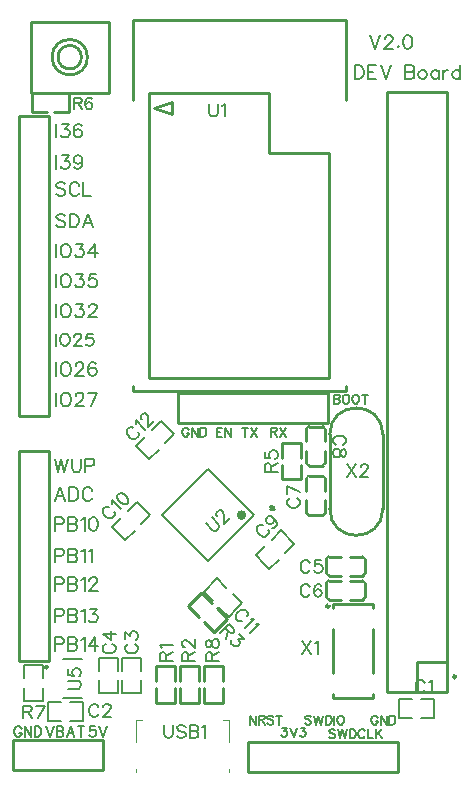
<source format=gto>
G04 Layer: TopSilkLayer*
G04 EasyEDA v6.4.20.6, 2021-08-18T22:46:37+02:00*
G04 e60a8e21afaf4db98b740634109285cb,0ed378226b2144edad32923a29bf2ba1,10*
G04 Gerber Generator version 0.2*
G04 Scale: 100 percent, Rotated: No, Reflected: No *
G04 Dimensions in millimeters *
G04 leading zeros omitted , absolute positions ,4 integer and 5 decimal *
%FSLAX45Y45*%
%MOMM*%

%ADD10C,0.2540*%
%ADD12C,0.4000*%
%ADD33C,0.2000*%
%ADD34C,0.1200*%
%ADD35C,0.3000*%
%ADD36C,0.2489*%
%ADD37C,0.2030*%
%ADD38C,0.2032*%
%ADD39C,0.1524*%

%LPD*%
D37*
X206857Y-1766163D02*
G01*
X203301Y-1759051D01*
X195935Y-1751685D01*
X188823Y-1748129D01*
X174091Y-1748129D01*
X166979Y-1751685D01*
X159613Y-1759051D01*
X156057Y-1766163D01*
X152501Y-1777085D01*
X152501Y-1795373D01*
X156057Y-1806295D01*
X159613Y-1813407D01*
X166979Y-1820773D01*
X174091Y-1824329D01*
X188823Y-1824329D01*
X195935Y-1820773D01*
X203301Y-1813407D01*
X206857Y-1806295D01*
X206857Y-1795373D01*
X188823Y-1795373D02*
G01*
X206857Y-1795373D01*
X230987Y-1748129D02*
G01*
X230987Y-1824329D01*
X230987Y-1748129D02*
G01*
X281787Y-1824329D01*
X281787Y-1748129D02*
G01*
X281787Y-1824329D01*
X305917Y-1748129D02*
G01*
X305917Y-1824329D01*
X305917Y-1748129D02*
G01*
X331317Y-1748129D01*
X342239Y-1751685D01*
X349605Y-1759051D01*
X353161Y-1766163D01*
X356717Y-1777085D01*
X356717Y-1795373D01*
X353161Y-1806295D01*
X349605Y-1813407D01*
X342239Y-1820773D01*
X331317Y-1824329D01*
X305917Y-1824329D01*
X-152298Y-1873351D02*
G01*
X-159664Y-1865985D01*
X-170586Y-1862429D01*
X-185064Y-1862429D01*
X-195986Y-1865985D01*
X-203098Y-1873351D01*
X-203098Y-1880463D01*
X-199542Y-1887829D01*
X-195986Y-1891385D01*
X-188620Y-1895195D01*
X-166776Y-1902307D01*
X-159664Y-1906117D01*
X-155854Y-1909673D01*
X-152298Y-1917039D01*
X-152298Y-1927707D01*
X-159664Y-1935073D01*
X-170586Y-1938629D01*
X-185064Y-1938629D01*
X-195986Y-1935073D01*
X-203098Y-1927707D01*
X-128168Y-1862429D02*
G01*
X-110134Y-1938629D01*
X-91846Y-1862429D02*
G01*
X-110134Y-1938629D01*
X-91846Y-1862429D02*
G01*
X-73812Y-1938629D01*
X-55524Y-1862429D02*
G01*
X-73812Y-1938629D01*
X-31648Y-1862429D02*
G01*
X-31648Y-1938629D01*
X-31648Y-1862429D02*
G01*
X-5994Y-1862429D01*
X4673Y-1865985D01*
X12039Y-1873351D01*
X15595Y-1880463D01*
X19405Y-1891385D01*
X19405Y-1909673D01*
X15595Y-1920595D01*
X12039Y-1927707D01*
X4673Y-1935073D01*
X-5994Y-1938629D01*
X-31648Y-1938629D01*
X97891Y-1880463D02*
G01*
X94335Y-1873351D01*
X86969Y-1865985D01*
X79603Y-1862429D01*
X65125Y-1862429D01*
X58013Y-1865985D01*
X50647Y-1873351D01*
X47091Y-1880463D01*
X43281Y-1891385D01*
X43281Y-1909673D01*
X47091Y-1920595D01*
X50647Y-1927707D01*
X58013Y-1935073D01*
X65125Y-1938629D01*
X79603Y-1938629D01*
X86969Y-1935073D01*
X94335Y-1927707D01*
X97891Y-1920595D01*
X121767Y-1862429D02*
G01*
X121767Y-1938629D01*
X121767Y-1938629D02*
G01*
X165455Y-1938629D01*
X189585Y-1862429D02*
G01*
X189585Y-1938629D01*
X240385Y-1862429D02*
G01*
X189585Y-1913229D01*
X207619Y-1895195D02*
G01*
X240385Y-1938629D01*
X-355498Y-1759051D02*
G01*
X-362864Y-1751685D01*
X-373786Y-1748129D01*
X-388264Y-1748129D01*
X-399186Y-1751685D01*
X-406298Y-1759051D01*
X-406298Y-1766163D01*
X-402742Y-1773529D01*
X-399186Y-1777085D01*
X-391820Y-1780895D01*
X-369976Y-1788007D01*
X-362864Y-1791817D01*
X-359054Y-1795373D01*
X-355498Y-1802739D01*
X-355498Y-1813407D01*
X-362864Y-1820773D01*
X-373786Y-1824329D01*
X-388264Y-1824329D01*
X-399186Y-1820773D01*
X-406298Y-1813407D01*
X-331368Y-1748129D02*
G01*
X-313334Y-1824329D01*
X-295046Y-1748129D02*
G01*
X-313334Y-1824329D01*
X-295046Y-1748129D02*
G01*
X-277012Y-1824329D01*
X-258724Y-1748129D02*
G01*
X-277012Y-1824329D01*
X-234848Y-1748129D02*
G01*
X-234848Y-1824329D01*
X-234848Y-1748129D02*
G01*
X-209194Y-1748129D01*
X-198526Y-1751685D01*
X-191160Y-1759051D01*
X-187604Y-1766163D01*
X-183794Y-1777085D01*
X-183794Y-1795373D01*
X-187604Y-1806295D01*
X-191160Y-1813407D01*
X-198526Y-1820773D01*
X-209194Y-1824329D01*
X-234848Y-1824329D01*
X-159918Y-1748129D02*
G01*
X-159918Y-1824329D01*
X-113944Y-1748129D02*
G01*
X-121310Y-1751685D01*
X-128676Y-1759051D01*
X-132232Y-1766163D01*
X-135788Y-1777085D01*
X-135788Y-1795373D01*
X-132232Y-1806295D01*
X-128676Y-1813407D01*
X-121310Y-1820773D01*
X-113944Y-1824329D01*
X-99466Y-1824329D01*
X-92100Y-1820773D01*
X-84988Y-1813407D01*
X-81432Y-1806295D01*
X-77622Y-1795373D01*
X-77622Y-1777085D01*
X-81432Y-1766163D01*
X-84988Y-1759051D01*
X-92100Y-1751685D01*
X-99466Y-1748129D01*
X-113944Y-1748129D01*
X-602386Y-1849729D02*
G01*
X-562254Y-1849729D01*
X-584098Y-1878685D01*
X-573176Y-1878685D01*
X-566064Y-1882495D01*
X-562254Y-1886051D01*
X-558698Y-1896973D01*
X-558698Y-1904339D01*
X-562254Y-1915007D01*
X-569620Y-1922373D01*
X-580542Y-1925929D01*
X-591464Y-1925929D01*
X-602386Y-1922373D01*
X-605942Y-1918817D01*
X-609498Y-1911451D01*
X-534568Y-1849729D02*
G01*
X-505612Y-1925929D01*
X-476402Y-1849729D02*
G01*
X-505612Y-1925929D01*
X-445160Y-1849729D02*
G01*
X-405282Y-1849729D01*
X-427126Y-1878685D01*
X-416204Y-1878685D01*
X-408838Y-1882495D01*
X-405282Y-1886051D01*
X-401726Y-1896973D01*
X-401726Y-1904339D01*
X-405282Y-1915007D01*
X-412394Y-1922373D01*
X-423316Y-1925929D01*
X-434238Y-1925929D01*
X-445160Y-1922373D01*
X-448970Y-1918817D01*
X-452526Y-1911451D01*
X-876198Y-1748129D02*
G01*
X-876198Y-1824329D01*
X-876198Y-1748129D02*
G01*
X-825398Y-1824329D01*
X-825398Y-1748129D02*
G01*
X-825398Y-1824329D01*
X-801268Y-1748129D02*
G01*
X-801268Y-1824329D01*
X-801268Y-1748129D02*
G01*
X-768756Y-1748129D01*
X-757834Y-1751685D01*
X-754024Y-1755241D01*
X-750468Y-1762607D01*
X-750468Y-1769973D01*
X-754024Y-1777085D01*
X-757834Y-1780895D01*
X-768756Y-1784451D01*
X-801268Y-1784451D01*
X-775868Y-1784451D02*
G01*
X-750468Y-1824329D01*
X-675538Y-1759051D02*
G01*
X-682904Y-1751685D01*
X-693826Y-1748129D01*
X-708304Y-1748129D01*
X-719226Y-1751685D01*
X-726592Y-1759051D01*
X-726592Y-1766163D01*
X-722782Y-1773529D01*
X-719226Y-1777085D01*
X-711860Y-1780895D01*
X-690016Y-1788007D01*
X-682904Y-1791817D01*
X-679094Y-1795373D01*
X-675538Y-1802739D01*
X-675538Y-1813407D01*
X-682904Y-1820773D01*
X-693826Y-1824329D01*
X-708304Y-1824329D01*
X-719226Y-1820773D01*
X-726592Y-1813407D01*
X-626008Y-1748129D02*
G01*
X-626008Y-1824329D01*
X-651662Y-1748129D02*
G01*
X-600608Y-1748129D01*
D38*
X-2527198Y-1085443D02*
G01*
X-2527198Y-1199997D01*
X-2527198Y-1085443D02*
G01*
X-2478176Y-1085443D01*
X-2461920Y-1090777D01*
X-2456332Y-1096365D01*
X-2450998Y-1107287D01*
X-2450998Y-1123543D01*
X-2456332Y-1134465D01*
X-2461920Y-1140053D01*
X-2478176Y-1145387D01*
X-2527198Y-1145387D01*
X-2414930Y-1085443D02*
G01*
X-2414930Y-1199997D01*
X-2414930Y-1085443D02*
G01*
X-2365908Y-1085443D01*
X-2349398Y-1090777D01*
X-2344064Y-1096365D01*
X-2338476Y-1107287D01*
X-2338476Y-1118209D01*
X-2344064Y-1129131D01*
X-2349398Y-1134465D01*
X-2365908Y-1140053D01*
X-2414930Y-1140053D02*
G01*
X-2365908Y-1140053D01*
X-2349398Y-1145387D01*
X-2344064Y-1150975D01*
X-2338476Y-1161897D01*
X-2338476Y-1178153D01*
X-2344064Y-1189075D01*
X-2349398Y-1194409D01*
X-2365908Y-1199997D01*
X-2414930Y-1199997D01*
X-2302662Y-1107287D02*
G01*
X-2291740Y-1101699D01*
X-2275230Y-1085443D01*
X-2275230Y-1199997D01*
X-2184806Y-1085443D02*
G01*
X-2239416Y-1161897D01*
X-2157374Y-1161897D01*
X-2184806Y-1085443D02*
G01*
X-2184806Y-1199997D01*
X-2527198Y-844143D02*
G01*
X-2527198Y-958697D01*
X-2527198Y-844143D02*
G01*
X-2478176Y-844143D01*
X-2461920Y-849477D01*
X-2456332Y-855065D01*
X-2450998Y-865987D01*
X-2450998Y-882243D01*
X-2456332Y-893165D01*
X-2461920Y-898753D01*
X-2478176Y-904087D01*
X-2527198Y-904087D01*
X-2414930Y-844143D02*
G01*
X-2414930Y-958697D01*
X-2414930Y-844143D02*
G01*
X-2365908Y-844143D01*
X-2349398Y-849477D01*
X-2344064Y-855065D01*
X-2338476Y-865987D01*
X-2338476Y-876909D01*
X-2344064Y-887831D01*
X-2349398Y-893165D01*
X-2365908Y-898753D01*
X-2414930Y-898753D02*
G01*
X-2365908Y-898753D01*
X-2349398Y-904087D01*
X-2344064Y-909675D01*
X-2338476Y-920597D01*
X-2338476Y-936853D01*
X-2344064Y-947775D01*
X-2349398Y-953109D01*
X-2365908Y-958697D01*
X-2414930Y-958697D01*
X-2302662Y-865987D02*
G01*
X-2291740Y-860399D01*
X-2275230Y-844143D01*
X-2275230Y-958697D01*
X-2228494Y-844143D02*
G01*
X-2168296Y-844143D01*
X-2201062Y-887831D01*
X-2184806Y-887831D01*
X-2173884Y-893165D01*
X-2168296Y-898753D01*
X-2162962Y-915009D01*
X-2162962Y-925931D01*
X-2168296Y-942187D01*
X-2179218Y-953109D01*
X-2195728Y-958697D01*
X-2211984Y-958697D01*
X-2228494Y-953109D01*
X-2233828Y-947775D01*
X-2239416Y-936853D01*
X-2527198Y-577443D02*
G01*
X-2527198Y-691997D01*
X-2527198Y-577443D02*
G01*
X-2478176Y-577443D01*
X-2461920Y-582777D01*
X-2456332Y-588365D01*
X-2450998Y-599287D01*
X-2450998Y-615543D01*
X-2456332Y-626465D01*
X-2461920Y-632053D01*
X-2478176Y-637387D01*
X-2527198Y-637387D01*
X-2414930Y-577443D02*
G01*
X-2414930Y-691997D01*
X-2414930Y-577443D02*
G01*
X-2365908Y-577443D01*
X-2349398Y-582777D01*
X-2344064Y-588365D01*
X-2338476Y-599287D01*
X-2338476Y-610209D01*
X-2344064Y-621131D01*
X-2349398Y-626465D01*
X-2365908Y-632053D01*
X-2414930Y-632053D02*
G01*
X-2365908Y-632053D01*
X-2349398Y-637387D01*
X-2344064Y-642975D01*
X-2338476Y-653897D01*
X-2338476Y-670153D01*
X-2344064Y-681075D01*
X-2349398Y-686409D01*
X-2365908Y-691997D01*
X-2414930Y-691997D01*
X-2302662Y-599287D02*
G01*
X-2291740Y-593699D01*
X-2275230Y-577443D01*
X-2275230Y-691997D01*
X-2233828Y-604621D02*
G01*
X-2233828Y-599287D01*
X-2228494Y-588365D01*
X-2222906Y-582777D01*
X-2211984Y-577443D01*
X-2190140Y-577443D01*
X-2179218Y-582777D01*
X-2173884Y-588365D01*
X-2168296Y-599287D01*
X-2168296Y-610209D01*
X-2173884Y-621131D01*
X-2184806Y-637387D01*
X-2239416Y-691997D01*
X-2162962Y-691997D01*
D37*
X-1393342Y672084D02*
G01*
X-1396898Y679450D01*
X-1404264Y686815D01*
X-1411376Y690372D01*
X-1426108Y690372D01*
X-1433220Y686815D01*
X-1440586Y679450D01*
X-1444142Y672084D01*
X-1447698Y661162D01*
X-1447698Y643128D01*
X-1444142Y632206D01*
X-1440586Y624840D01*
X-1433220Y617474D01*
X-1426108Y613918D01*
X-1411376Y613918D01*
X-1404264Y617474D01*
X-1396898Y624840D01*
X-1393342Y632206D01*
X-1393342Y643128D01*
X-1411376Y643128D02*
G01*
X-1393342Y643128D01*
X-1369212Y690372D02*
G01*
X-1369212Y613918D01*
X-1369212Y690372D02*
G01*
X-1318412Y613918D01*
X-1318412Y690372D02*
G01*
X-1318412Y613918D01*
X-1294282Y690372D02*
G01*
X-1294282Y613918D01*
X-1294282Y690372D02*
G01*
X-1268882Y690372D01*
X-1257960Y686815D01*
X-1250594Y679450D01*
X-1247038Y672084D01*
X-1243482Y661162D01*
X-1243482Y643128D01*
X-1247038Y632206D01*
X-1250594Y624840D01*
X-1257960Y617474D01*
X-1268882Y613918D01*
X-1294282Y613918D01*
X-164998Y969772D02*
G01*
X-164998Y893318D01*
X-164998Y969772D02*
G01*
X-132486Y969772D01*
X-121564Y966215D01*
X-117754Y962406D01*
X-114198Y955294D01*
X-114198Y947928D01*
X-117754Y940562D01*
X-121564Y937006D01*
X-132486Y933450D01*
X-164998Y933450D02*
G01*
X-132486Y933450D01*
X-121564Y929640D01*
X-117754Y926084D01*
X-114198Y918718D01*
X-114198Y907796D01*
X-117754Y900684D01*
X-121564Y896874D01*
X-132486Y893318D01*
X-164998Y893318D01*
X-68478Y969772D02*
G01*
X-75590Y966215D01*
X-82956Y958850D01*
X-86512Y951484D01*
X-90068Y940562D01*
X-90068Y922528D01*
X-86512Y911606D01*
X-82956Y904240D01*
X-75590Y896874D01*
X-68478Y893318D01*
X-53746Y893318D01*
X-46634Y896874D01*
X-39268Y904240D01*
X-35712Y911606D01*
X-31902Y922528D01*
X-31902Y940562D01*
X-35712Y951484D01*
X-39268Y958850D01*
X-46634Y966215D01*
X-53746Y969772D01*
X-68478Y969772D01*
X13817Y969772D02*
G01*
X6451Y966215D01*
X-660Y958850D01*
X-4470Y951484D01*
X-8026Y940562D01*
X-8026Y922528D01*
X-4470Y911606D01*
X-660Y904240D01*
X6451Y896874D01*
X13817Y893318D01*
X28295Y893318D01*
X35661Y896874D01*
X42773Y904240D01*
X46583Y911606D01*
X50139Y922528D01*
X50139Y940562D01*
X46583Y951484D01*
X42773Y958850D01*
X35661Y966215D01*
X28295Y969772D01*
X13817Y969772D01*
X99669Y969772D02*
G01*
X99669Y893318D01*
X74269Y969772D02*
G01*
X125069Y969772D01*
X-1155598Y690410D02*
G01*
X-1155598Y613956D01*
X-1155598Y690410D02*
G01*
X-1108354Y690410D01*
X-1155598Y654088D02*
G01*
X-1126642Y654088D01*
X-1155598Y613956D02*
G01*
X-1108354Y613956D01*
X-1084478Y690410D02*
G01*
X-1084478Y613956D01*
X-1084478Y690410D02*
G01*
X-1033424Y613956D01*
X-1033424Y690410D02*
G01*
X-1033424Y613956D01*
X-698398Y690372D02*
G01*
X-698398Y613918D01*
X-698398Y690372D02*
G01*
X-665886Y690372D01*
X-654964Y686815D01*
X-651154Y683006D01*
X-647598Y675894D01*
X-647598Y668528D01*
X-651154Y661162D01*
X-654964Y657606D01*
X-665886Y654050D01*
X-698398Y654050D01*
X-672998Y654050D02*
G01*
X-647598Y613918D01*
X-623468Y690372D02*
G01*
X-572668Y613918D01*
X-572668Y690372D02*
G01*
X-623468Y613918D01*
D38*
X-2514600Y1242466D02*
G01*
X-2514600Y1127912D01*
X-2445765Y1242466D02*
G01*
X-2456688Y1236878D01*
X-2467610Y1225956D01*
X-2473197Y1215034D01*
X-2478531Y1198778D01*
X-2478531Y1171600D01*
X-2473197Y1155090D01*
X-2467610Y1144168D01*
X-2456688Y1133246D01*
X-2445765Y1127912D01*
X-2424176Y1127912D01*
X-2413254Y1133246D01*
X-2402331Y1144168D01*
X-2396744Y1155090D01*
X-2391410Y1171600D01*
X-2391410Y1198778D01*
X-2396744Y1215034D01*
X-2402331Y1225956D01*
X-2413254Y1236878D01*
X-2424176Y1242466D01*
X-2445765Y1242466D01*
X-2349754Y1215034D02*
G01*
X-2349754Y1220622D01*
X-2344420Y1231544D01*
X-2339086Y1236878D01*
X-2328164Y1242466D01*
X-2306320Y1242466D01*
X-2295397Y1236878D01*
X-2289810Y1231544D01*
X-2284476Y1220622D01*
X-2284476Y1209700D01*
X-2289810Y1198778D01*
X-2300731Y1182522D01*
X-2355342Y1127912D01*
X-2278888Y1127912D01*
X-2177542Y1225956D02*
G01*
X-2182876Y1236878D01*
X-2199386Y1242466D01*
X-2210308Y1242466D01*
X-2226564Y1236878D01*
X-2237486Y1220622D01*
X-2243074Y1193190D01*
X-2243074Y1166012D01*
X-2237486Y1144168D01*
X-2226564Y1133246D01*
X-2210308Y1127912D01*
X-2204720Y1127912D01*
X-2188464Y1133246D01*
X-2177542Y1144168D01*
X-2171954Y1160678D01*
X-2171954Y1166012D01*
X-2177542Y1182522D01*
X-2188464Y1193190D01*
X-2204720Y1198778D01*
X-2210308Y1198778D01*
X-2226564Y1193190D01*
X-2237486Y1182522D01*
X-2243074Y1166012D01*
X-2514600Y1486306D02*
G01*
X-2514600Y1381404D01*
X-2451608Y1486306D02*
G01*
X-2461514Y1481226D01*
X-2471674Y1471320D01*
X-2476500Y1461414D01*
X-2481580Y1446428D01*
X-2481580Y1421282D01*
X-2476500Y1406296D01*
X-2471674Y1396390D01*
X-2461514Y1386230D01*
X-2451608Y1381404D01*
X-2431542Y1381404D01*
X-2421636Y1386230D01*
X-2411476Y1396390D01*
X-2406650Y1406296D01*
X-2401570Y1421282D01*
X-2401570Y1446428D01*
X-2406650Y1461414D01*
X-2411476Y1471320D01*
X-2421636Y1481226D01*
X-2431542Y1486306D01*
X-2451608Y1486306D01*
X-2363724Y1461414D02*
G01*
X-2363724Y1466240D01*
X-2358644Y1476400D01*
X-2353564Y1481226D01*
X-2343658Y1486306D01*
X-2323592Y1486306D01*
X-2313686Y1481226D01*
X-2308606Y1476400D01*
X-2303526Y1466240D01*
X-2303526Y1456334D01*
X-2308606Y1446428D01*
X-2318512Y1431188D01*
X-2368550Y1381404D01*
X-2298700Y1381404D01*
X-2205481Y1486306D02*
G01*
X-2255520Y1486306D01*
X-2260600Y1441348D01*
X-2255520Y1446428D01*
X-2240534Y1451254D01*
X-2225547Y1451254D01*
X-2210562Y1446428D01*
X-2200656Y1436268D01*
X-2195576Y1421282D01*
X-2195576Y1411376D01*
X-2200656Y1396390D01*
X-2210562Y1386230D01*
X-2225547Y1381404D01*
X-2240534Y1381404D01*
X-2255520Y1386230D01*
X-2260600Y1391310D01*
X-2265680Y1401216D01*
D37*
X-2514600Y2245766D02*
G01*
X-2514600Y2131212D01*
X-2445765Y2245766D02*
G01*
X-2456688Y2240178D01*
X-2467610Y2229256D01*
X-2473197Y2218334D01*
X-2478531Y2202078D01*
X-2478531Y2174900D01*
X-2473197Y2158390D01*
X-2467610Y2147468D01*
X-2456688Y2136546D01*
X-2445765Y2131212D01*
X-2424176Y2131212D01*
X-2413254Y2136546D01*
X-2402331Y2147468D01*
X-2396744Y2158390D01*
X-2391410Y2174900D01*
X-2391410Y2202078D01*
X-2396744Y2218334D01*
X-2402331Y2229256D01*
X-2413254Y2240178D01*
X-2424176Y2245766D01*
X-2445765Y2245766D01*
X-2344420Y2245766D02*
G01*
X-2284476Y2245766D01*
X-2317242Y2202078D01*
X-2300731Y2202078D01*
X-2289810Y2196490D01*
X-2284476Y2191156D01*
X-2278888Y2174900D01*
X-2278888Y2163978D01*
X-2284476Y2147468D01*
X-2295397Y2136546D01*
X-2311654Y2131212D01*
X-2328164Y2131212D01*
X-2344420Y2136546D01*
X-2349754Y2142134D01*
X-2355342Y2153056D01*
X-2188464Y2245766D02*
G01*
X-2243074Y2169312D01*
X-2161031Y2169312D01*
X-2188464Y2245766D02*
G01*
X-2188464Y2131212D01*
D38*
X-2514600Y984757D02*
G01*
X-2514600Y870204D01*
X-2445765Y984757D02*
G01*
X-2456688Y979170D01*
X-2467610Y968248D01*
X-2473197Y957326D01*
X-2478531Y941070D01*
X-2478531Y913892D01*
X-2473197Y897382D01*
X-2467610Y886460D01*
X-2456688Y875538D01*
X-2445765Y870204D01*
X-2424176Y870204D01*
X-2413254Y875538D01*
X-2402331Y886460D01*
X-2396744Y897382D01*
X-2391410Y913892D01*
X-2391410Y941070D01*
X-2396744Y957326D01*
X-2402331Y968248D01*
X-2413254Y979170D01*
X-2424176Y984757D01*
X-2445765Y984757D01*
X-2349754Y957326D02*
G01*
X-2349754Y962914D01*
X-2344420Y973836D01*
X-2339086Y979170D01*
X-2328164Y984757D01*
X-2306320Y984757D01*
X-2295397Y979170D01*
X-2289810Y973836D01*
X-2284476Y962914D01*
X-2284476Y951992D01*
X-2289810Y941070D01*
X-2300731Y924814D01*
X-2355342Y870204D01*
X-2278888Y870204D01*
X-2166620Y984757D02*
G01*
X-2221230Y870204D01*
X-2243074Y984757D02*
G01*
X-2166620Y984757D01*
D37*
X-914298Y690372D02*
G01*
X-914298Y613918D01*
X-939698Y690372D02*
G01*
X-888898Y690372D01*
X-864768Y690372D02*
G01*
X-813968Y613918D01*
X-813968Y690372D02*
G01*
X-864768Y613918D01*
X-2514600Y1737766D02*
G01*
X-2514600Y1623212D01*
X-2445765Y1737766D02*
G01*
X-2456688Y1732178D01*
X-2467610Y1721256D01*
X-2473197Y1710334D01*
X-2478531Y1694078D01*
X-2478531Y1666900D01*
X-2473197Y1650390D01*
X-2467610Y1639468D01*
X-2456688Y1628546D01*
X-2445765Y1623212D01*
X-2424176Y1623212D01*
X-2413254Y1628546D01*
X-2402331Y1639468D01*
X-2396744Y1650390D01*
X-2391410Y1666900D01*
X-2391410Y1694078D01*
X-2396744Y1710334D01*
X-2402331Y1721256D01*
X-2413254Y1732178D01*
X-2424176Y1737766D01*
X-2445765Y1737766D01*
X-2344420Y1737766D02*
G01*
X-2284476Y1737766D01*
X-2317242Y1694078D01*
X-2300731Y1694078D01*
X-2289810Y1688490D01*
X-2284476Y1683156D01*
X-2278888Y1666900D01*
X-2278888Y1655978D01*
X-2284476Y1639468D01*
X-2295397Y1628546D01*
X-2311654Y1623212D01*
X-2328164Y1623212D01*
X-2344420Y1628546D01*
X-2349754Y1634134D01*
X-2355342Y1645056D01*
X-2237486Y1710334D02*
G01*
X-2237486Y1715922D01*
X-2232152Y1726844D01*
X-2226564Y1732178D01*
X-2215642Y1737766D01*
X-2193797Y1737766D01*
X-2182876Y1732178D01*
X-2177542Y1726844D01*
X-2171954Y1715922D01*
X-2171954Y1705000D01*
X-2177542Y1694078D01*
X-2188464Y1677822D01*
X-2243074Y1623212D01*
X-2166620Y1623212D01*
D38*
X-2514600Y1991766D02*
G01*
X-2514600Y1877212D01*
X-2445765Y1991766D02*
G01*
X-2456688Y1986178D01*
X-2467610Y1975256D01*
X-2473197Y1964334D01*
X-2478531Y1948078D01*
X-2478531Y1920900D01*
X-2473197Y1904390D01*
X-2467610Y1893468D01*
X-2456688Y1882546D01*
X-2445765Y1877212D01*
X-2424176Y1877212D01*
X-2413254Y1882546D01*
X-2402331Y1893468D01*
X-2396744Y1904390D01*
X-2391410Y1920900D01*
X-2391410Y1948078D01*
X-2396744Y1964334D01*
X-2402331Y1975256D01*
X-2413254Y1986178D01*
X-2424176Y1991766D01*
X-2445765Y1991766D01*
X-2344420Y1991766D02*
G01*
X-2284476Y1991766D01*
X-2317242Y1948078D01*
X-2300731Y1948078D01*
X-2289810Y1942490D01*
X-2284476Y1937156D01*
X-2278888Y1920900D01*
X-2278888Y1909978D01*
X-2284476Y1893468D01*
X-2295397Y1882546D01*
X-2311654Y1877212D01*
X-2328164Y1877212D01*
X-2344420Y1882546D01*
X-2349754Y1888134D01*
X-2355342Y1899056D01*
X-2177542Y1991766D02*
G01*
X-2232152Y1991766D01*
X-2237486Y1942490D01*
X-2232152Y1948078D01*
X-2215642Y1953412D01*
X-2199386Y1953412D01*
X-2182876Y1948078D01*
X-2171954Y1937156D01*
X-2166620Y1920900D01*
X-2166620Y1909978D01*
X-2171954Y1893468D01*
X-2182876Y1882546D01*
X-2199386Y1877212D01*
X-2215642Y1877212D01*
X-2232152Y1882546D01*
X-2237486Y1888134D01*
X-2243074Y1899056D01*
X-2514600Y2995066D02*
G01*
X-2514600Y2880512D01*
X-2467610Y2995066D02*
G01*
X-2407665Y2995066D01*
X-2440431Y2951378D01*
X-2424176Y2951378D01*
X-2413254Y2945790D01*
X-2407665Y2940456D01*
X-2402331Y2924200D01*
X-2402331Y2913278D01*
X-2407665Y2896768D01*
X-2418588Y2885846D01*
X-2434844Y2880512D01*
X-2451354Y2880512D01*
X-2467610Y2885846D01*
X-2473197Y2891434D01*
X-2478531Y2902356D01*
X-2295397Y2956712D02*
G01*
X-2300731Y2940456D01*
X-2311654Y2929534D01*
X-2328164Y2924200D01*
X-2333497Y2924200D01*
X-2349754Y2929534D01*
X-2360676Y2940456D01*
X-2366264Y2956712D01*
X-2366264Y2962300D01*
X-2360676Y2978556D01*
X-2349754Y2989478D01*
X-2333497Y2995066D01*
X-2328164Y2995066D01*
X-2311654Y2989478D01*
X-2300731Y2978556D01*
X-2295397Y2956712D01*
X-2295397Y2929534D01*
X-2300731Y2902356D01*
X-2311654Y2885846D01*
X-2328164Y2880512D01*
X-2339086Y2880512D01*
X-2355342Y2885846D01*
X-2360676Y2896768D01*
X-2514600Y3261766D02*
G01*
X-2514600Y3147212D01*
X-2467610Y3261766D02*
G01*
X-2407665Y3261766D01*
X-2440431Y3218078D01*
X-2424176Y3218078D01*
X-2413254Y3212490D01*
X-2407665Y3207156D01*
X-2402331Y3190900D01*
X-2402331Y3179978D01*
X-2407665Y3163468D01*
X-2418588Y3152546D01*
X-2434844Y3147212D01*
X-2451354Y3147212D01*
X-2467610Y3152546D01*
X-2473197Y3158134D01*
X-2478531Y3169056D01*
X-2300731Y3245256D02*
G01*
X-2306320Y3256178D01*
X-2322576Y3261766D01*
X-2333497Y3261766D01*
X-2349754Y3256178D01*
X-2360676Y3239922D01*
X-2366264Y3212490D01*
X-2366264Y3185312D01*
X-2360676Y3163468D01*
X-2349754Y3152546D01*
X-2333497Y3147212D01*
X-2328164Y3147212D01*
X-2311654Y3152546D01*
X-2300731Y3163468D01*
X-2295397Y3179978D01*
X-2295397Y3185312D01*
X-2300731Y3201822D01*
X-2311654Y3212490D01*
X-2328164Y3218078D01*
X-2333497Y3218078D01*
X-2349754Y3212490D01*
X-2360676Y3201822D01*
X-2366264Y3185312D01*
X-2186178Y-1839467D02*
G01*
X-2227072Y-1839467D01*
X-2231136Y-1876297D01*
X-2227072Y-1872234D01*
X-2214626Y-1868169D01*
X-2202434Y-1868169D01*
X-2190242Y-1872234D01*
X-2182114Y-1880615D01*
X-2178050Y-1892807D01*
X-2178050Y-1900935D01*
X-2182114Y-1913127D01*
X-2190242Y-1921509D01*
X-2202434Y-1925573D01*
X-2214626Y-1925573D01*
X-2227072Y-1921509D01*
X-2231136Y-1917192D01*
X-2235200Y-1909063D01*
X-2150872Y-1839467D02*
G01*
X-2118106Y-1925573D01*
X-2085594Y-1839467D02*
G01*
X-2118106Y-1925573D01*
X-2603500Y-1839467D02*
G01*
X-2570734Y-1925573D01*
X-2537968Y-1839467D02*
G01*
X-2570734Y-1925573D01*
X-2511044Y-1839467D02*
G01*
X-2511044Y-1925573D01*
X-2511044Y-1839467D02*
G01*
X-2474214Y-1839467D01*
X-2462022Y-1843785D01*
X-2457958Y-1847850D01*
X-2453894Y-1855977D01*
X-2453894Y-1864105D01*
X-2457958Y-1872234D01*
X-2462022Y-1876297D01*
X-2474214Y-1880615D01*
X-2511044Y-1880615D02*
G01*
X-2474214Y-1880615D01*
X-2462022Y-1884679D01*
X-2457958Y-1888743D01*
X-2453894Y-1896871D01*
X-2453894Y-1909063D01*
X-2457958Y-1917192D01*
X-2462022Y-1921509D01*
X-2474214Y-1925573D01*
X-2511044Y-1925573D01*
X-2393950Y-1839467D02*
G01*
X-2426715Y-1925573D01*
X-2393950Y-1839467D02*
G01*
X-2361438Y-1925573D01*
X-2414524Y-1896871D02*
G01*
X-2373630Y-1896871D01*
X-2305558Y-1839467D02*
G01*
X-2305558Y-1925573D01*
X-2334260Y-1839467D02*
G01*
X-2277110Y-1839467D01*
X-2808731Y-1860042D02*
G01*
X-2813050Y-1851913D01*
X-2821178Y-1843785D01*
X-2829306Y-1839467D01*
X-2845562Y-1839467D01*
X-2853944Y-1843785D01*
X-2862072Y-1851913D01*
X-2866136Y-1860042D01*
X-2870200Y-1872234D01*
X-2870200Y-1892807D01*
X-2866136Y-1905000D01*
X-2862072Y-1913127D01*
X-2853944Y-1921509D01*
X-2845562Y-1925573D01*
X-2829306Y-1925573D01*
X-2821178Y-1921509D01*
X-2813050Y-1913127D01*
X-2808731Y-1905000D01*
X-2808731Y-1892807D01*
X-2829306Y-1892807D02*
G01*
X-2808731Y-1892807D01*
X-2781808Y-1839467D02*
G01*
X-2781808Y-1925573D01*
X-2781808Y-1839467D02*
G01*
X-2724658Y-1925573D01*
X-2724658Y-1839467D02*
G01*
X-2724658Y-1925573D01*
X-2697480Y-1839467D02*
G01*
X-2697480Y-1925573D01*
X-2697480Y-1839467D02*
G01*
X-2669031Y-1839467D01*
X-2656586Y-1843785D01*
X-2648458Y-1851913D01*
X-2644394Y-1860042D01*
X-2640330Y-1872234D01*
X-2640330Y-1892807D01*
X-2644394Y-1905000D01*
X-2648458Y-1913127D01*
X-2656586Y-1921509D01*
X-2669031Y-1925573D01*
X-2697480Y-1925573D01*
D37*
X-2438146Y2483256D02*
G01*
X-2449068Y2494178D01*
X-2465578Y2499766D01*
X-2487422Y2499766D01*
X-2503678Y2494178D01*
X-2514600Y2483256D01*
X-2514600Y2472334D01*
X-2509265Y2461412D01*
X-2503678Y2456078D01*
X-2492756Y2450490D01*
X-2459990Y2439822D01*
X-2449068Y2434234D01*
X-2443734Y2428900D01*
X-2438146Y2417978D01*
X-2438146Y2401468D01*
X-2449068Y2390546D01*
X-2465578Y2385212D01*
X-2487422Y2385212D01*
X-2503678Y2390546D01*
X-2514600Y2401468D01*
X-2402331Y2499766D02*
G01*
X-2402331Y2385212D01*
X-2402331Y2499766D02*
G01*
X-2363978Y2499766D01*
X-2347722Y2494178D01*
X-2336800Y2483256D01*
X-2331212Y2472334D01*
X-2325878Y2456078D01*
X-2325878Y2428900D01*
X-2331212Y2412390D01*
X-2336800Y2401468D01*
X-2347722Y2390546D01*
X-2363978Y2385212D01*
X-2402331Y2385212D01*
X-2246122Y2499766D02*
G01*
X-2289810Y2385212D01*
X-2246122Y2499766D02*
G01*
X-2202688Y2385212D01*
X-2273554Y2423312D02*
G01*
X-2218944Y2423312D01*
X-2438146Y2749956D02*
G01*
X-2449068Y2760878D01*
X-2465578Y2766466D01*
X-2487422Y2766466D01*
X-2503678Y2760878D01*
X-2514600Y2749956D01*
X-2514600Y2739034D01*
X-2509265Y2728112D01*
X-2503678Y2722778D01*
X-2492756Y2717190D01*
X-2459990Y2706522D01*
X-2449068Y2700934D01*
X-2443734Y2695600D01*
X-2438146Y2684678D01*
X-2438146Y2668168D01*
X-2449068Y2657246D01*
X-2465578Y2651912D01*
X-2487422Y2651912D01*
X-2503678Y2657246D01*
X-2514600Y2668168D01*
X-2320544Y2739034D02*
G01*
X-2325878Y2749956D01*
X-2336800Y2760878D01*
X-2347722Y2766466D01*
X-2369565Y2766466D01*
X-2380488Y2760878D01*
X-2391410Y2749956D01*
X-2396744Y2739034D01*
X-2402331Y2722778D01*
X-2402331Y2695600D01*
X-2396744Y2679090D01*
X-2391410Y2668168D01*
X-2380488Y2657246D01*
X-2369565Y2651912D01*
X-2347722Y2651912D01*
X-2336800Y2657246D01*
X-2325878Y2668168D01*
X-2320544Y2679090D01*
X-2284476Y2766466D02*
G01*
X-2284476Y2651912D01*
X-2284476Y2651912D02*
G01*
X-2218944Y2651912D01*
D38*
X-2483764Y184556D02*
G01*
X-2527198Y70002D01*
X-2483764Y184556D02*
G01*
X-2440076Y70002D01*
X-2510942Y108102D02*
G01*
X-2456332Y108102D01*
X-2404008Y184556D02*
G01*
X-2404008Y70002D01*
X-2404008Y184556D02*
G01*
X-2365908Y184556D01*
X-2349398Y179222D01*
X-2338476Y168300D01*
X-2333142Y157378D01*
X-2327554Y140868D01*
X-2327554Y113690D01*
X-2333142Y97434D01*
X-2338476Y86512D01*
X-2349398Y75590D01*
X-2365908Y70002D01*
X-2404008Y70002D01*
X-2209952Y157378D02*
G01*
X-2215286Y168300D01*
X-2226208Y179222D01*
X-2237130Y184556D01*
X-2258974Y184556D01*
X-2269896Y179222D01*
X-2280818Y168300D01*
X-2286152Y157378D01*
X-2291740Y140868D01*
X-2291740Y113690D01*
X-2286152Y97434D01*
X-2280818Y86512D01*
X-2269896Y75590D01*
X-2258974Y70002D01*
X-2237130Y70002D01*
X-2226208Y75590D01*
X-2215286Y86512D01*
X-2209952Y97434D01*
X-2527198Y425957D02*
G01*
X-2500020Y311404D01*
X-2472842Y425957D02*
G01*
X-2500020Y311404D01*
X-2472842Y425957D02*
G01*
X-2445410Y311404D01*
X-2418232Y425957D02*
G01*
X-2445410Y311404D01*
X-2382164Y425957D02*
G01*
X-2382164Y344170D01*
X-2376830Y327660D01*
X-2365908Y316738D01*
X-2349398Y311404D01*
X-2338476Y311404D01*
X-2322220Y316738D01*
X-2311298Y327660D01*
X-2305964Y344170D01*
X-2305964Y425957D01*
X-2269896Y425957D02*
G01*
X-2269896Y311404D01*
X-2269896Y425957D02*
G01*
X-2220874Y425957D01*
X-2204364Y420370D01*
X-2199030Y415036D01*
X-2193442Y404114D01*
X-2193442Y387604D01*
X-2199030Y376682D01*
X-2204364Y371348D01*
X-2220874Y366014D01*
X-2269896Y366014D01*
X-2527198Y-69342D02*
G01*
X-2527198Y-183895D01*
X-2527198Y-69342D02*
G01*
X-2478176Y-69342D01*
X-2461920Y-74929D01*
X-2456332Y-80263D01*
X-2450998Y-91185D01*
X-2450998Y-107695D01*
X-2456332Y-118617D01*
X-2461920Y-123951D01*
X-2478176Y-129285D01*
X-2527198Y-129285D01*
X-2414930Y-69342D02*
G01*
X-2414930Y-183895D01*
X-2414930Y-69342D02*
G01*
X-2365908Y-69342D01*
X-2349398Y-74929D01*
X-2344064Y-80263D01*
X-2338476Y-91185D01*
X-2338476Y-102107D01*
X-2344064Y-113029D01*
X-2349398Y-118617D01*
X-2365908Y-123951D01*
X-2414930Y-123951D02*
G01*
X-2365908Y-123951D01*
X-2349398Y-129285D01*
X-2344064Y-134873D01*
X-2338476Y-145795D01*
X-2338476Y-162051D01*
X-2344064Y-172973D01*
X-2349398Y-178561D01*
X-2365908Y-183895D01*
X-2414930Y-183895D01*
X-2302662Y-91185D02*
G01*
X-2291740Y-85851D01*
X-2275230Y-69342D01*
X-2275230Y-183895D01*
X-2206650Y-69342D02*
G01*
X-2222906Y-74929D01*
X-2233828Y-91185D01*
X-2239416Y-118617D01*
X-2239416Y-134873D01*
X-2233828Y-162051D01*
X-2222906Y-178561D01*
X-2206650Y-183895D01*
X-2195728Y-183895D01*
X-2179218Y-178561D01*
X-2168296Y-162051D01*
X-2162962Y-134873D01*
X-2162962Y-118617D01*
X-2168296Y-91185D01*
X-2179218Y-74929D01*
X-2195728Y-69342D01*
X-2206650Y-69342D01*
X-2527198Y-336042D02*
G01*
X-2527198Y-450595D01*
X-2527198Y-336042D02*
G01*
X-2478176Y-336042D01*
X-2461920Y-341629D01*
X-2456332Y-346963D01*
X-2450998Y-357885D01*
X-2450998Y-374395D01*
X-2456332Y-385317D01*
X-2461920Y-390651D01*
X-2478176Y-395985D01*
X-2527198Y-395985D01*
X-2414930Y-336042D02*
G01*
X-2414930Y-450595D01*
X-2414930Y-336042D02*
G01*
X-2365908Y-336042D01*
X-2349398Y-341629D01*
X-2344064Y-346963D01*
X-2338476Y-357885D01*
X-2338476Y-368807D01*
X-2344064Y-379729D01*
X-2349398Y-385317D01*
X-2365908Y-390651D01*
X-2414930Y-390651D02*
G01*
X-2365908Y-390651D01*
X-2349398Y-395985D01*
X-2344064Y-401573D01*
X-2338476Y-412495D01*
X-2338476Y-428751D01*
X-2344064Y-439673D01*
X-2349398Y-445261D01*
X-2365908Y-450595D01*
X-2414930Y-450595D01*
X-2302662Y-357885D02*
G01*
X-2291740Y-352551D01*
X-2275230Y-336042D01*
X-2275230Y-450595D01*
X-2239416Y-357885D02*
G01*
X-2228494Y-352551D01*
X-2211984Y-336042D01*
X-2211984Y-450595D01*
X12801Y3757066D02*
G01*
X12801Y3642512D01*
X12801Y3757066D02*
G01*
X50901Y3757066D01*
X67157Y3751478D01*
X78079Y3740556D01*
X83667Y3729634D01*
X89001Y3713378D01*
X89001Y3686200D01*
X83667Y3669690D01*
X78079Y3658768D01*
X67157Y3647846D01*
X50901Y3642512D01*
X12801Y3642512D01*
X125069Y3757066D02*
G01*
X125069Y3642512D01*
X125069Y3757066D02*
G01*
X195935Y3757066D01*
X125069Y3702456D02*
G01*
X168757Y3702456D01*
X125069Y3642512D02*
G01*
X195935Y3642512D01*
X232003Y3757066D02*
G01*
X275691Y3642512D01*
X319125Y3757066D02*
G01*
X275691Y3642512D01*
X439267Y3757066D02*
G01*
X439267Y3642512D01*
X439267Y3757066D02*
G01*
X488289Y3757066D01*
X504799Y3751478D01*
X510133Y3746144D01*
X515721Y3735222D01*
X515721Y3724300D01*
X510133Y3713378D01*
X504799Y3707790D01*
X488289Y3702456D01*
X439267Y3702456D02*
G01*
X488289Y3702456D01*
X504799Y3697122D01*
X510133Y3691534D01*
X515721Y3680612D01*
X515721Y3664356D01*
X510133Y3653434D01*
X504799Y3647846D01*
X488289Y3642512D01*
X439267Y3642512D01*
X578967Y3718712D02*
G01*
X568045Y3713378D01*
X557123Y3702456D01*
X551535Y3686200D01*
X551535Y3675278D01*
X557123Y3658768D01*
X568045Y3647846D01*
X578967Y3642512D01*
X595223Y3642512D01*
X606145Y3647846D01*
X617067Y3658768D01*
X622401Y3675278D01*
X622401Y3686200D01*
X617067Y3702456D01*
X606145Y3713378D01*
X595223Y3718712D01*
X578967Y3718712D01*
X724001Y3718712D02*
G01*
X724001Y3642512D01*
X724001Y3702456D02*
G01*
X713079Y3713378D01*
X702157Y3718712D01*
X685901Y3718712D01*
X674979Y3713378D01*
X664057Y3702456D01*
X658469Y3686200D01*
X658469Y3675278D01*
X664057Y3658768D01*
X674979Y3647846D01*
X685901Y3642512D01*
X702157Y3642512D01*
X713079Y3647846D01*
X724001Y3658768D01*
X760069Y3718712D02*
G01*
X760069Y3642512D01*
X760069Y3686200D02*
G01*
X765403Y3702456D01*
X776325Y3713378D01*
X787247Y3718712D01*
X803503Y3718712D01*
X905103Y3757066D02*
G01*
X905103Y3642512D01*
X905103Y3702456D02*
G01*
X894181Y3713378D01*
X883259Y3718712D01*
X867003Y3718712D01*
X856081Y3713378D01*
X845159Y3702456D01*
X839571Y3686200D01*
X839571Y3675278D01*
X845159Y3658768D01*
X856081Y3647846D01*
X867003Y3642512D01*
X883259Y3642512D01*
X894181Y3647846D01*
X905103Y3658768D01*
X139801Y4011066D02*
G01*
X183235Y3896512D01*
X226923Y4011066D02*
G01*
X183235Y3896512D01*
X268325Y3983634D02*
G01*
X268325Y3989222D01*
X273913Y4000144D01*
X279247Y4005478D01*
X290169Y4011066D01*
X312013Y4011066D01*
X322935Y4005478D01*
X328523Y4000144D01*
X333857Y3989222D01*
X333857Y3978300D01*
X328523Y3967378D01*
X317601Y3951122D01*
X262991Y3896512D01*
X339445Y3896512D01*
X380847Y3923690D02*
G01*
X375259Y3918356D01*
X380847Y3912768D01*
X386181Y3918356D01*
X380847Y3923690D01*
X455015Y4011066D02*
G01*
X438505Y4005478D01*
X427583Y3989222D01*
X422249Y3961790D01*
X422249Y3945534D01*
X427583Y3918356D01*
X438505Y3901846D01*
X455015Y3896512D01*
X465937Y3896512D01*
X482193Y3901846D01*
X493115Y3918356D01*
X498703Y3945534D01*
X498703Y3961790D01*
X493115Y3989222D01*
X482193Y4005478D01*
X465937Y4011066D01*
X455015Y4011066D01*
D39*
X-2096008Y-1141221D02*
G01*
X-2106422Y-1146555D01*
X-2116836Y-1156969D01*
X-2121915Y-1167129D01*
X-2121915Y-1187957D01*
X-2116836Y-1198371D01*
X-2106422Y-1208785D01*
X-2096008Y-1214119D01*
X-2080260Y-1219200D01*
X-2054352Y-1219200D01*
X-2038858Y-1214119D01*
X-2028444Y-1208785D01*
X-2018030Y-1198371D01*
X-2012950Y-1187957D01*
X-2012950Y-1167129D01*
X-2018030Y-1156969D01*
X-2028444Y-1146555D01*
X-2038858Y-1141221D01*
X-2121915Y-1055115D02*
G01*
X-2049272Y-1106931D01*
X-2049272Y-1028953D01*
X-2121915Y-1055115D02*
G01*
X-2012950Y-1055115D01*
X607568Y-1472692D02*
G01*
X602234Y-1462277D01*
X591819Y-1451863D01*
X581659Y-1446784D01*
X560831Y-1446784D01*
X550418Y-1451863D01*
X540003Y-1462277D01*
X534669Y-1472692D01*
X529589Y-1488439D01*
X529589Y-1514347D01*
X534669Y-1529842D01*
X540003Y-1540255D01*
X550418Y-1550669D01*
X560831Y-1555750D01*
X581659Y-1555750D01*
X591819Y-1550669D01*
X602234Y-1540255D01*
X607568Y-1529842D01*
X641857Y-1467611D02*
G01*
X652271Y-1462277D01*
X667765Y-1446784D01*
X667765Y-1555750D01*
X-1905508Y-1141221D02*
G01*
X-1915922Y-1146555D01*
X-1926336Y-1156969D01*
X-1931415Y-1167129D01*
X-1931415Y-1187957D01*
X-1926336Y-1198371D01*
X-1915922Y-1208785D01*
X-1905508Y-1214119D01*
X-1889760Y-1219200D01*
X-1863852Y-1219200D01*
X-1848358Y-1214119D01*
X-1837944Y-1208785D01*
X-1827530Y-1198371D01*
X-1822450Y-1187957D01*
X-1822450Y-1167129D01*
X-1827530Y-1156969D01*
X-1837944Y-1146555D01*
X-1848358Y-1141221D01*
X-1931415Y-1096517D02*
G01*
X-1931415Y-1039367D01*
X-1889760Y-1070609D01*
X-1889760Y-1055115D01*
X-1884680Y-1044701D01*
X-1879600Y-1039367D01*
X-1863852Y-1034287D01*
X-1853438Y-1034287D01*
X-1837944Y-1039367D01*
X-1827530Y-1049781D01*
X-1822450Y-1065529D01*
X-1822450Y-1081023D01*
X-1827530Y-1096517D01*
X-1832610Y-1101851D01*
X-1843024Y-1106931D01*
X-760978Y-137431D02*
G01*
X-772114Y-133840D01*
X-786841Y-133840D01*
X-797618Y-137431D01*
X-812345Y-152158D01*
X-816117Y-163116D01*
X-816117Y-177843D01*
X-812525Y-188978D01*
X-804981Y-203705D01*
X-786663Y-222026D01*
X-772114Y-229389D01*
X-760978Y-232981D01*
X-746252Y-232981D01*
X-735294Y-229209D01*
X-720567Y-214482D01*
X-716975Y-203705D01*
X-716975Y-188978D01*
X-720567Y-177843D01*
X-681593Y-72773D02*
G01*
X-674408Y-87500D01*
X-674408Y-102229D01*
X-681593Y-116956D01*
X-685185Y-120548D01*
X-700092Y-127911D01*
X-714819Y-127911D01*
X-729368Y-120548D01*
X-732960Y-116956D01*
X-740503Y-102229D01*
X-740503Y-87500D01*
X-732960Y-72773D01*
X-729368Y-69181D01*
X-714819Y-61818D01*
X-700092Y-61818D01*
X-681593Y-72773D01*
X-663272Y-91094D01*
X-648545Y-113365D01*
X-644954Y-131683D01*
X-652317Y-146232D01*
X-659681Y-153596D01*
X-674230Y-160959D01*
X-685365Y-157368D01*
X-2065482Y16758D02*
G01*
X-2076617Y20350D01*
X-2091344Y20350D01*
X-2102121Y16758D01*
X-2116848Y2032D01*
X-2120620Y-8925D01*
X-2120620Y-23652D01*
X-2117029Y-34787D01*
X-2109485Y-49514D01*
X-2091166Y-67835D01*
X-2076617Y-75199D01*
X-2065482Y-78790D01*
X-2050755Y-78790D01*
X-2039797Y-75018D01*
X-2025070Y-60291D01*
X-2021479Y-49514D01*
X-2021479Y-34787D01*
X-2025070Y-23652D01*
X-2044827Y44597D02*
G01*
X-2041235Y55732D01*
X-2041235Y77645D01*
X-1964184Y594D01*
X-1994898Y123982D02*
G01*
X-2002442Y109255D01*
X-1998489Y90937D01*
X-1983940Y68844D01*
X-1972985Y57889D01*
X-1950714Y43159D01*
X-1932574Y39390D01*
X-1917847Y46931D01*
X-1910483Y54297D01*
X-1903120Y68844D01*
X-1906711Y87165D01*
X-1921619Y109255D01*
X-1932574Y120210D01*
X-1954486Y134940D01*
X-1972985Y138711D01*
X-1987534Y131345D01*
X-1994898Y123982D01*
X-897628Y-906327D02*
G01*
X-894036Y-895192D01*
X-894036Y-880465D01*
X-897628Y-869688D01*
X-912355Y-854961D01*
X-923312Y-851189D01*
X-938039Y-851189D01*
X-949175Y-854781D01*
X-963902Y-862324D01*
X-982223Y-880643D01*
X-989586Y-895192D01*
X-993178Y-906327D01*
X-993178Y-921054D01*
X-989406Y-932012D01*
X-974679Y-946739D01*
X-963902Y-950330D01*
X-949175Y-950330D01*
X-938039Y-946739D01*
X-869789Y-926983D02*
G01*
X-858654Y-930574D01*
X-836742Y-930574D01*
X-913792Y-1007625D01*
X-827222Y-969548D02*
G01*
X-816086Y-973140D01*
X-794176Y-973140D01*
X-871227Y-1050190D01*
X-1862272Y689846D02*
G01*
X-1873407Y693437D01*
X-1888134Y693437D01*
X-1898911Y689846D01*
X-1913638Y675119D01*
X-1917410Y664161D01*
X-1917410Y649434D01*
X-1913818Y638299D01*
X-1906275Y623572D01*
X-1887956Y605251D01*
X-1873407Y597888D01*
X-1862272Y594296D01*
X-1847545Y594296D01*
X-1836587Y598068D01*
X-1821860Y612795D01*
X-1818269Y623572D01*
X-1818269Y638299D01*
X-1821860Y649434D01*
X-1841616Y717684D02*
G01*
X-1838025Y728819D01*
X-1838025Y750732D01*
X-1760974Y673681D01*
X-1791688Y760430D02*
G01*
X-1795279Y764024D01*
X-1799051Y774979D01*
X-1799231Y782342D01*
X-1795459Y793297D01*
X-1780730Y808027D01*
X-1769775Y811799D01*
X-1762231Y811799D01*
X-1751276Y808027D01*
X-1743913Y800663D01*
X-1740141Y789706D01*
X-1736549Y771387D01*
X-1736727Y697928D01*
X-1685361Y749294D01*
X-750315Y317510D02*
G01*
X-641350Y317510D01*
X-750315Y317510D02*
G01*
X-750315Y364246D01*
X-745236Y379740D01*
X-739902Y385074D01*
X-729488Y390154D01*
X-719074Y390154D01*
X-708660Y385074D01*
X-703580Y379740D01*
X-698500Y364246D01*
X-698500Y317510D01*
X-698500Y353832D02*
G01*
X-641350Y390154D01*
X-750315Y486928D02*
G01*
X-750315Y434858D01*
X-703580Y429778D01*
X-708660Y434858D01*
X-713994Y450606D01*
X-713994Y466100D01*
X-708660Y481594D01*
X-698500Y492008D01*
X-682752Y497342D01*
X-672338Y497342D01*
X-656844Y492008D01*
X-646430Y481594D01*
X-641350Y466100D01*
X-641350Y450606D01*
X-646430Y434858D01*
X-651510Y429778D01*
X-661924Y424444D01*
X-1245615Y-1282689D02*
G01*
X-1136650Y-1282689D01*
X-1245615Y-1282689D02*
G01*
X-1245615Y-1235953D01*
X-1240536Y-1220459D01*
X-1235202Y-1215125D01*
X-1224788Y-1210045D01*
X-1214374Y-1210045D01*
X-1203960Y-1215125D01*
X-1198880Y-1220459D01*
X-1193800Y-1235953D01*
X-1193800Y-1282689D01*
X-1193800Y-1246367D02*
G01*
X-1136650Y-1210045D01*
X-1245615Y-1149593D02*
G01*
X-1240536Y-1165341D01*
X-1230122Y-1170421D01*
X-1219708Y-1170421D01*
X-1209294Y-1165341D01*
X-1203960Y-1154927D01*
X-1198880Y-1134099D01*
X-1193800Y-1118605D01*
X-1183386Y-1108191D01*
X-1172972Y-1102857D01*
X-1157224Y-1102857D01*
X-1146810Y-1108191D01*
X-1141730Y-1113271D01*
X-1136650Y-1129019D01*
X-1136650Y-1149593D01*
X-1141730Y-1165341D01*
X-1146810Y-1170421D01*
X-1157224Y-1175755D01*
X-1172972Y-1175755D01*
X-1183386Y-1170421D01*
X-1193800Y-1160007D01*
X-1198880Y-1144513D01*
X-1203960Y-1123685D01*
X-1209294Y-1113271D01*
X-1219708Y-1108191D01*
X-1230122Y-1108191D01*
X-1240536Y-1113271D01*
X-1245615Y-1129019D01*
X-1245615Y-1149593D01*
X-366522Y-456692D02*
G01*
X-371856Y-446277D01*
X-382270Y-435863D01*
X-392430Y-430784D01*
X-413258Y-430784D01*
X-423672Y-435863D01*
X-434086Y-446277D01*
X-439420Y-456692D01*
X-444500Y-472439D01*
X-444500Y-498347D01*
X-439420Y-513842D01*
X-434086Y-524255D01*
X-423672Y-534669D01*
X-413258Y-539750D01*
X-392430Y-539750D01*
X-382270Y-534669D01*
X-371856Y-524255D01*
X-366522Y-513842D01*
X-270002Y-430784D02*
G01*
X-321818Y-430784D01*
X-327152Y-477519D01*
X-321818Y-472439D01*
X-306324Y-467105D01*
X-290830Y-467105D01*
X-275081Y-472439D01*
X-264668Y-482600D01*
X-259588Y-498347D01*
X-259588Y-508761D01*
X-264668Y-524255D01*
X-275081Y-534669D01*
X-290830Y-539750D01*
X-306324Y-539750D01*
X-321818Y-534669D01*
X-327152Y-529589D01*
X-332231Y-519175D01*
X-366522Y-659892D02*
G01*
X-371856Y-649477D01*
X-382270Y-639063D01*
X-392430Y-633984D01*
X-413258Y-633984D01*
X-423672Y-639063D01*
X-434086Y-649477D01*
X-439420Y-659892D01*
X-444500Y-675639D01*
X-444500Y-701547D01*
X-439420Y-717042D01*
X-434086Y-727455D01*
X-423672Y-737869D01*
X-413258Y-742950D01*
X-392430Y-742950D01*
X-382270Y-737869D01*
X-371856Y-727455D01*
X-366522Y-717042D01*
X-270002Y-649477D02*
G01*
X-275081Y-639063D01*
X-290830Y-633984D01*
X-300990Y-633984D01*
X-316738Y-639063D01*
X-327152Y-654811D01*
X-332231Y-680719D01*
X-332231Y-706627D01*
X-327152Y-727455D01*
X-316738Y-737869D01*
X-300990Y-742950D01*
X-295910Y-742950D01*
X-280415Y-737869D01*
X-270002Y-727455D01*
X-264668Y-711961D01*
X-264668Y-706627D01*
X-270002Y-691134D01*
X-280415Y-680719D01*
X-295910Y-675639D01*
X-300990Y-675639D01*
X-316738Y-680719D01*
X-327152Y-691134D01*
X-332231Y-706627D01*
X-533908Y90678D02*
G01*
X-544322Y85344D01*
X-554736Y74930D01*
X-559815Y64770D01*
X-559815Y43942D01*
X-554736Y33528D01*
X-544322Y23114D01*
X-533908Y17780D01*
X-518160Y12700D01*
X-492252Y12700D01*
X-476758Y17780D01*
X-466344Y23114D01*
X-455930Y33528D01*
X-450850Y43942D01*
X-450850Y64770D01*
X-455930Y74930D01*
X-466344Y85344D01*
X-476758Y90678D01*
X-559815Y197612D02*
G01*
X-450850Y145796D01*
X-559815Y124968D02*
G01*
X-559815Y197612D01*
X-88392Y544322D02*
G01*
X-77978Y549656D01*
X-67564Y560070D01*
X-62484Y570230D01*
X-62484Y591057D01*
X-67564Y601472D01*
X-77978Y611886D01*
X-88392Y617220D01*
X-104140Y622300D01*
X-130047Y622300D01*
X-145542Y617220D01*
X-155956Y611886D01*
X-166370Y601472D01*
X-171450Y591057D01*
X-171450Y570230D01*
X-166370Y560070D01*
X-155956Y549656D01*
X-145542Y544322D01*
X-62484Y484124D02*
G01*
X-67564Y499618D01*
X-77978Y504952D01*
X-88392Y504952D01*
X-98806Y499618D01*
X-104140Y489204D01*
X-109220Y468630D01*
X-114300Y452882D01*
X-124714Y442468D01*
X-135128Y437388D01*
X-150876Y437388D01*
X-161290Y442468D01*
X-166370Y447802D01*
X-171450Y463296D01*
X-171450Y484124D01*
X-166370Y499618D01*
X-161290Y504952D01*
X-150876Y510032D01*
X-135128Y510032D01*
X-124714Y504952D01*
X-114300Y494538D01*
X-109220Y478790D01*
X-104140Y458215D01*
X-98806Y447802D01*
X-88392Y442468D01*
X-77978Y442468D01*
X-67564Y447802D01*
X-62484Y463296D01*
X-62484Y484124D01*
X-1639214Y-1282598D02*
G01*
X-1530248Y-1282598D01*
X-1639214Y-1282598D02*
G01*
X-1639214Y-1235862D01*
X-1634134Y-1220368D01*
X-1629054Y-1215034D01*
X-1618640Y-1209954D01*
X-1608226Y-1209954D01*
X-1597812Y-1215034D01*
X-1592478Y-1220368D01*
X-1587398Y-1235862D01*
X-1587398Y-1282598D01*
X-1587398Y-1246276D02*
G01*
X-1530248Y-1209954D01*
X-1618640Y-1175664D02*
G01*
X-1623720Y-1165250D01*
X-1639214Y-1149756D01*
X-1530248Y-1149756D01*
X-1448815Y-1282598D02*
G01*
X-1339850Y-1282598D01*
X-1448815Y-1282598D02*
G01*
X-1448815Y-1235862D01*
X-1443736Y-1220368D01*
X-1438402Y-1215034D01*
X-1427988Y-1209954D01*
X-1417574Y-1209954D01*
X-1407160Y-1215034D01*
X-1402080Y-1220368D01*
X-1397000Y-1235862D01*
X-1397000Y-1282598D01*
X-1397000Y-1246276D02*
G01*
X-1339850Y-1209954D01*
X-1422908Y-1170584D02*
G01*
X-1427988Y-1170584D01*
X-1438402Y-1165250D01*
X-1443736Y-1160170D01*
X-1448815Y-1149756D01*
X-1448815Y-1128928D01*
X-1443736Y-1118514D01*
X-1438402Y-1113434D01*
X-1427988Y-1108100D01*
X-1417574Y-1108100D01*
X-1407160Y-1113434D01*
X-1391665Y-1123594D01*
X-1339850Y-1175664D01*
X-1339850Y-1103020D01*
X-1249944Y-121655D02*
G01*
X-1194805Y-176794D01*
X-1180256Y-184157D01*
X-1165529Y-184157D01*
X-1150802Y-176613D01*
X-1143439Y-169250D01*
X-1136073Y-154703D01*
X-1136073Y-139974D01*
X-1143439Y-125427D01*
X-1198577Y-70289D01*
X-1152237Y-60589D02*
G01*
X-1155832Y-56997D01*
X-1159603Y-46042D01*
X-1159603Y-38498D01*
X-1155832Y-27543D01*
X-1141282Y-12994D01*
X-1130327Y-9222D01*
X-1122784Y-9222D01*
X-1111826Y-12994D01*
X-1104463Y-20358D01*
X-1100691Y-31315D01*
X-1097099Y-49634D01*
X-1097280Y-123093D01*
X-1045733Y-71546D01*
X-431800Y-1116584D02*
G01*
X-359156Y-1225550D01*
X-359156Y-1116584D02*
G01*
X-431800Y-1225550D01*
X-324865Y-1137411D02*
G01*
X-314452Y-1132077D01*
X-298704Y-1116584D01*
X-298704Y-1225550D01*
X-2157222Y-1675892D02*
G01*
X-2162556Y-1665477D01*
X-2172970Y-1655063D01*
X-2183130Y-1649984D01*
X-2203958Y-1649984D01*
X-2214372Y-1655063D01*
X-2224786Y-1665477D01*
X-2230120Y-1675892D01*
X-2235200Y-1691639D01*
X-2235200Y-1717547D01*
X-2230120Y-1733042D01*
X-2224786Y-1743455D01*
X-2214372Y-1753869D01*
X-2203958Y-1758950D01*
X-2183130Y-1758950D01*
X-2172970Y-1753869D01*
X-2162556Y-1743455D01*
X-2157222Y-1733042D01*
X-2117852Y-1675892D02*
G01*
X-2117852Y-1670811D01*
X-2112518Y-1660397D01*
X-2107438Y-1655063D01*
X-2097024Y-1649984D01*
X-2076196Y-1649984D01*
X-2065781Y-1655063D01*
X-2060702Y-1660397D01*
X-2055368Y-1670811D01*
X-2055368Y-1681225D01*
X-2060702Y-1691639D01*
X-2071115Y-1707134D01*
X-2122931Y-1758950D01*
X-2050288Y-1758950D01*
X-1600200Y-1827784D02*
G01*
X-1600200Y-1905761D01*
X-1595120Y-1921255D01*
X-1584706Y-1931669D01*
X-1568958Y-1936750D01*
X-1558544Y-1936750D01*
X-1543050Y-1931669D01*
X-1532636Y-1921255D01*
X-1527556Y-1905761D01*
X-1527556Y-1827784D01*
X-1420368Y-1843277D02*
G01*
X-1430781Y-1832863D01*
X-1446530Y-1827784D01*
X-1467104Y-1827784D01*
X-1482852Y-1832863D01*
X-1493265Y-1843277D01*
X-1493265Y-1853692D01*
X-1487931Y-1864105D01*
X-1482852Y-1869439D01*
X-1472438Y-1874519D01*
X-1441196Y-1884934D01*
X-1430781Y-1890013D01*
X-1425702Y-1895347D01*
X-1420368Y-1905761D01*
X-1420368Y-1921255D01*
X-1430781Y-1931669D01*
X-1446530Y-1936750D01*
X-1467104Y-1936750D01*
X-1482852Y-1931669D01*
X-1493265Y-1921255D01*
X-1386078Y-1827784D02*
G01*
X-1386078Y-1936750D01*
X-1386078Y-1827784D02*
G01*
X-1339342Y-1827784D01*
X-1323847Y-1832863D01*
X-1318514Y-1838197D01*
X-1313434Y-1848611D01*
X-1313434Y-1859025D01*
X-1318514Y-1869439D01*
X-1323847Y-1874519D01*
X-1339342Y-1879600D01*
X-1386078Y-1879600D02*
G01*
X-1339342Y-1879600D01*
X-1323847Y-1884934D01*
X-1318514Y-1890013D01*
X-1313434Y-1900427D01*
X-1313434Y-1916175D01*
X-1318514Y-1926589D01*
X-1323847Y-1931669D01*
X-1339342Y-1936750D01*
X-1386078Y-1936750D01*
X-1279144Y-1848611D02*
G01*
X-1268730Y-1843277D01*
X-1253236Y-1827784D01*
X-1253236Y-1936750D01*
X-2362200Y3482746D02*
G01*
X-2362200Y3387242D01*
X-2362200Y3482746D02*
G01*
X-2321306Y3482746D01*
X-2307590Y3478174D01*
X-2303018Y3473602D01*
X-2298446Y3464712D01*
X-2298446Y3455568D01*
X-2303018Y3446424D01*
X-2307590Y3441852D01*
X-2321306Y3437280D01*
X-2362200Y3437280D01*
X-2330450Y3437280D02*
G01*
X-2298446Y3387242D01*
X-2214118Y3469284D02*
G01*
X-2218690Y3478174D01*
X-2232152Y3482746D01*
X-2241296Y3482746D01*
X-2255012Y3478174D01*
X-2263902Y3464712D01*
X-2268474Y3441852D01*
X-2268474Y3419246D01*
X-2263902Y3400958D01*
X-2255012Y3391814D01*
X-2241296Y3387242D01*
X-2236724Y3387242D01*
X-2223008Y3391814D01*
X-2214118Y3400958D01*
X-2209546Y3414674D01*
X-2209546Y3419246D01*
X-2214118Y3432708D01*
X-2223008Y3441852D01*
X-2236724Y3446424D01*
X-2241296Y3446424D01*
X-2255012Y3441852D01*
X-2263902Y3432708D01*
X-2268474Y3419246D01*
X-1048806Y-972512D02*
G01*
X-1125857Y-1049563D01*
X-1048806Y-972512D02*
G01*
X-1015758Y-1005558D01*
X-1008214Y-1020287D01*
X-1008395Y-1027650D01*
X-1011986Y-1038786D01*
X-1019350Y-1046149D01*
X-1030485Y-1049741D01*
X-1037671Y-1049741D01*
X-1052398Y-1042197D01*
X-1085446Y-1009152D01*
X-1059761Y-1034834D02*
G01*
X-1074310Y-1101110D01*
X-965649Y-1055669D02*
G01*
X-925238Y-1096081D01*
X-976784Y-1103444D01*
X-965829Y-1114399D01*
X-962058Y-1125354D01*
X-961877Y-1132720D01*
X-969421Y-1147447D01*
X-976784Y-1154810D01*
X-991334Y-1162174D01*
X-1006060Y-1162174D01*
X-1020787Y-1154630D01*
X-1031742Y-1143675D01*
X-1039108Y-1129126D01*
X-1039286Y-1121763D01*
X-1035514Y-1110808D01*
X-1219200Y3433724D02*
G01*
X-1219200Y3355746D01*
X-1214120Y3340252D01*
X-1203706Y3329838D01*
X-1187958Y3324758D01*
X-1177544Y3324758D01*
X-1162050Y3329838D01*
X-1151636Y3340252D01*
X-1146556Y3355746D01*
X-1146556Y3433724D01*
X-1112265Y3412896D02*
G01*
X-1101852Y3418230D01*
X-1086104Y3433724D01*
X-1086104Y3324758D01*
X-2794000Y-1662684D02*
G01*
X-2794000Y-1771650D01*
X-2794000Y-1662684D02*
G01*
X-2747264Y-1662684D01*
X-2731770Y-1667763D01*
X-2726436Y-1673097D01*
X-2721356Y-1683511D01*
X-2721356Y-1693925D01*
X-2726436Y-1704339D01*
X-2731770Y-1709419D01*
X-2747264Y-1714500D01*
X-2794000Y-1714500D01*
X-2757678Y-1714500D02*
G01*
X-2721356Y-1771650D01*
X-2614168Y-1662684D02*
G01*
X-2666238Y-1771650D01*
X-2687065Y-1662684D02*
G01*
X-2614168Y-1662684D01*
X-2414015Y-1524000D02*
G01*
X-2336038Y-1524000D01*
X-2320544Y-1518919D01*
X-2310130Y-1508505D01*
X-2305050Y-1492757D01*
X-2305050Y-1482343D01*
X-2310130Y-1466850D01*
X-2320544Y-1456435D01*
X-2336038Y-1451355D01*
X-2414015Y-1451355D01*
X-2414015Y-1354581D02*
G01*
X-2414015Y-1406651D01*
X-2367280Y-1411731D01*
X-2372360Y-1406651D01*
X-2377694Y-1390903D01*
X-2377694Y-1375409D01*
X-2372360Y-1359915D01*
X-2362200Y-1349501D01*
X-2346452Y-1344167D01*
X-2336038Y-1344167D01*
X-2320544Y-1349501D01*
X-2310130Y-1359915D01*
X-2305050Y-1375409D01*
X-2305050Y-1390903D01*
X-2310130Y-1406651D01*
X-2315210Y-1411731D01*
X-2325624Y-1417065D01*
X-50698Y382015D02*
G01*
X21945Y273050D01*
X21945Y382015D02*
G01*
X-50698Y273050D01*
X61315Y356107D02*
G01*
X61315Y361188D01*
X66649Y371602D01*
X71729Y376936D01*
X82143Y382015D01*
X102971Y382015D01*
X113385Y376936D01*
X118465Y371602D01*
X123799Y361188D01*
X123799Y350774D01*
X118465Y340360D01*
X108305Y324865D01*
X56235Y273050D01*
X128879Y273050D01*
D33*
X-1959610Y-1369720D02*
G01*
X-1959610Y-1259712D01*
X-1799590Y-1259712D01*
X-1799590Y-1369720D01*
X-1959610Y-1449704D02*
G01*
X-1959610Y-1559712D01*
X-1859610Y-1559712D01*
X-1799590Y-1559712D01*
X-1799590Y-1449704D01*
X573379Y-1609089D02*
G01*
X683386Y-1609089D01*
X683386Y-1769109D01*
X573379Y-1769109D01*
X493394Y-1609089D02*
G01*
X383387Y-1609089D01*
X383387Y-1709089D01*
X383387Y-1769109D01*
X493394Y-1769109D01*
X-1990090Y-1449679D02*
G01*
X-1990090Y-1559686D01*
X-2150110Y-1559686D01*
X-2150110Y-1449679D01*
X-1990090Y-1369694D02*
G01*
X-1990090Y-1259687D01*
X-2090089Y-1259687D01*
X-2150110Y-1259687D01*
X-2150110Y-1369694D01*
X-688705Y-258053D02*
G01*
X-610918Y-180266D01*
X-497766Y-293418D01*
X-575553Y-371205D01*
X-745263Y-314612D02*
G01*
X-823051Y-392399D01*
X-752340Y-463110D01*
X-709899Y-505551D01*
X-632112Y-427763D01*
X-1907905Y-16753D02*
G01*
X-1830118Y61033D01*
X-1716966Y-52118D01*
X-1794753Y-129905D01*
X-1964463Y-73312D02*
G01*
X-2042251Y-151099D01*
X-1971540Y-221810D01*
X-1929099Y-264251D01*
X-1851312Y-186463D01*
X-1189746Y-777605D02*
G01*
X-1267533Y-699818D01*
X-1154381Y-586666D01*
X-1076594Y-664453D01*
X-1133187Y-834163D02*
G01*
X-1055400Y-911951D01*
X-984689Y-841240D01*
X-942248Y-798799D01*
X-1020036Y-721012D01*
X-1704705Y669046D02*
G01*
X-1626918Y746833D01*
X-1513766Y633681D01*
X-1591553Y555894D01*
X-1761263Y612487D02*
G01*
X-1839051Y534700D01*
X-1768340Y463989D01*
X-1725899Y421548D01*
X-1648112Y499336D01*
D10*
X-600702Y251404D02*
G01*
X-440697Y251404D01*
X-441208Y436465D02*
G01*
X-441208Y561461D01*
X-601212Y436465D02*
G01*
X-601212Y561461D01*
X-440697Y376407D02*
G01*
X-440697Y251404D01*
X-600702Y376407D02*
G01*
X-600702Y251404D01*
X-601212Y561461D02*
G01*
X-441208Y561461D01*
X-1101097Y-1330904D02*
G01*
X-1261102Y-1330904D01*
X-1260591Y-1515965D02*
G01*
X-1260591Y-1640961D01*
X-1100587Y-1515965D02*
G01*
X-1100587Y-1640961D01*
X-1261102Y-1455907D02*
G01*
X-1261102Y-1330904D01*
X-1101097Y-1455907D02*
G01*
X-1101097Y-1330904D01*
X-1100587Y-1640961D02*
G01*
X-1260591Y-1640961D01*
X101500Y-422597D02*
G01*
X101500Y-542599D01*
X-103497Y-402597D02*
G01*
X-203499Y-402597D01*
X-103497Y-562602D02*
G01*
X-203499Y-562602D01*
X-23489Y-402597D02*
G01*
X76499Y-402597D01*
X-23489Y-562602D02*
G01*
X76499Y-562602D01*
X-228500Y-422597D02*
G01*
X-228500Y-542599D01*
X-208500Y-402597D02*
G01*
X-203499Y-402597D01*
X-208498Y-562602D02*
G01*
X-203499Y-562602D01*
X81500Y-402597D02*
G01*
X76499Y-402597D01*
X81498Y-562602D02*
G01*
X76499Y-562602D01*
X-228500Y-745802D02*
G01*
X-228500Y-625800D01*
X-23502Y-765802D02*
G01*
X76499Y-765802D01*
X-23502Y-605797D02*
G01*
X76499Y-605797D01*
X-103510Y-765802D02*
G01*
X-203499Y-765802D01*
X-103510Y-605797D02*
G01*
X-203499Y-605797D01*
X101500Y-745802D02*
G01*
X101500Y-625800D01*
X81500Y-765802D02*
G01*
X76499Y-765802D01*
X81498Y-605797D02*
G01*
X76499Y-605797D01*
X-208500Y-765802D02*
G01*
X-203499Y-765802D01*
X-208498Y-605797D02*
G01*
X-203499Y-605797D01*
X-377502Y279300D02*
G01*
X-257500Y279300D01*
X-397502Y74302D02*
G01*
X-397502Y-25699D01*
X-237497Y74302D02*
G01*
X-237497Y-25699D01*
X-397502Y154310D02*
G01*
X-397502Y254299D01*
X-237497Y154310D02*
G01*
X-237497Y254299D01*
X-377502Y-50700D02*
G01*
X-257500Y-50700D01*
X-397502Y-30700D02*
G01*
X-397502Y-25699D01*
X-237497Y-30698D02*
G01*
X-237497Y-25699D01*
X-397502Y259300D02*
G01*
X-397502Y254299D01*
X-237497Y259298D02*
G01*
X-237497Y254299D01*
X-257497Y368399D02*
G01*
X-377499Y368399D01*
X-237497Y573397D02*
G01*
X-237497Y673399D01*
X-397502Y573397D02*
G01*
X-397502Y673399D01*
X-237497Y493389D02*
G01*
X-237497Y393400D01*
X-397502Y493389D02*
G01*
X-397502Y393400D01*
X-257497Y698400D02*
G01*
X-377499Y698400D01*
X-237497Y678400D02*
G01*
X-237497Y673399D01*
X-397502Y678398D02*
G01*
X-397502Y673399D01*
X-237497Y388399D02*
G01*
X-237497Y393400D01*
X-397502Y388401D02*
G01*
X-397502Y393400D01*
X-1507497Y-1330904D02*
G01*
X-1667502Y-1330904D01*
X-1666991Y-1515965D02*
G01*
X-1666991Y-1640961D01*
X-1506987Y-1515965D02*
G01*
X-1506987Y-1640961D01*
X-1667502Y-1455907D02*
G01*
X-1667502Y-1330904D01*
X-1507497Y-1455907D02*
G01*
X-1507497Y-1330904D01*
X-1506987Y-1640961D02*
G01*
X-1666991Y-1640961D01*
X-1304297Y-1330904D02*
G01*
X-1464302Y-1330904D01*
X-1463791Y-1515965D02*
G01*
X-1463791Y-1640961D01*
X-1303787Y-1515965D02*
G01*
X-1303787Y-1640961D01*
X-1464302Y-1455907D02*
G01*
X-1464302Y-1330904D01*
X-1304297Y-1455907D02*
G01*
X-1304297Y-1330904D01*
X-1303787Y-1640961D02*
G01*
X-1463791Y-1640961D01*
X-2578100Y-1282700D02*
G01*
X-2832100Y-1282700D01*
X-2832100Y495300D01*
X-2578100Y495300D01*
X-2578100Y-1282700D01*
D33*
X-1231900Y-439709D02*
G01*
X-1620809Y-50800D01*
X-1231900Y338109D01*
X-842990Y-50800D01*
X-1231900Y-439709D01*
D10*
X169999Y-1602790D02*
G01*
X-169999Y-1602790D01*
X169999Y-802792D02*
G01*
X-169999Y-802792D01*
X169999Y-802792D02*
G01*
X169999Y-839680D01*
X169999Y-1015908D02*
G01*
X169999Y-1389679D01*
X169999Y-1565907D02*
G01*
X169999Y-1602790D01*
X-169999Y-802792D02*
G01*
X-169999Y-839680D01*
X-169999Y-1015908D02*
G01*
X-169999Y-1389679D01*
X-169999Y-1565907D02*
G01*
X-169999Y-1602790D01*
X381000Y-1968500D02*
G01*
X381000Y-2222500D01*
X-889000Y-2222500D01*
X-889000Y-1968500D01*
X381000Y-1968500D01*
D33*
X-2398420Y-1634489D02*
G01*
X-2288413Y-1634489D01*
X-2288413Y-1794509D01*
X-2398420Y-1794509D01*
X-2478405Y-1634489D02*
G01*
X-2588412Y-1634489D01*
X-2588412Y-1734489D01*
X-2588412Y-1794509D01*
X-2478405Y-1794509D01*
D10*
X-2070100Y3526688D02*
G01*
X-2730500Y3526688D01*
X-2730500Y3526688D02*
G01*
X-2730500Y4126128D01*
X-2730500Y4126128D02*
G01*
X-2070100Y4126128D01*
X-2070100Y4126128D02*
G01*
X-2070100Y3526688D01*
X-1485900Y727608D02*
G01*
X-1485900Y981608D01*
X-215900Y981608D01*
X-215900Y727608D01*
X-1485900Y727608D01*
X-2832100Y3331108D02*
G01*
X-2578100Y3331108D01*
X-2578100Y791108D01*
X-2832100Y791108D01*
X-2832100Y3331108D01*
X-2882900Y-2209800D02*
G01*
X-2882900Y-1955800D01*
X-2120900Y-1955800D01*
X-2120900Y-2209800D01*
X-2882900Y-2209800D01*
D34*
X-1841703Y-2228707D02*
G01*
X-1841703Y-2202799D01*
X-1841703Y-1974707D02*
G01*
X-1841703Y-1783699D01*
X-1790903Y-1783699D01*
X-1053795Y-2202799D02*
G01*
X-1053795Y-2228707D01*
X-1053795Y-1974707D02*
G01*
X-1053795Y-1783699D01*
X-1104849Y-1783699D01*
D10*
X-2410404Y3365406D02*
G01*
X-2410404Y3525410D01*
X-2595465Y3524900D02*
G01*
X-2720461Y3524900D01*
X-2595465Y3364895D02*
G01*
X-2720461Y3364895D01*
X-2535407Y3525410D02*
G01*
X-2410404Y3525410D01*
X-2535407Y3365406D02*
G01*
X-2410404Y3365406D01*
X-2720461Y3364895D02*
G01*
X-2720461Y3524900D01*
X-1178872Y-1042469D02*
G01*
X-1065730Y-929327D01*
X-1196949Y-798829D02*
G01*
X-1285336Y-710445D01*
X-1310091Y-911971D02*
G01*
X-1398475Y-823584D01*
X-1154122Y-840938D02*
G01*
X-1065730Y-929327D01*
X-1267261Y-954077D02*
G01*
X-1178872Y-1042469D01*
X-1398475Y-823584D02*
G01*
X-1285336Y-710445D01*
X-1865200Y998606D02*
G01*
X-65199Y998608D01*
X-65199Y4141607D02*
G01*
X-1865200Y4141607D01*
X-1727200Y3521608D02*
G01*
X-711200Y3521608D01*
X-711200Y3013608D01*
X-203200Y3013608D01*
X-203200Y1108608D01*
X-1727200Y1108608D01*
X-1727200Y3521608D01*
X-1689100Y3394608D02*
G01*
X-1536700Y3445408D01*
X-1536700Y3343808D01*
X-1689100Y3394608D01*
X-1865200Y4141607D02*
G01*
X-1865200Y3462723D01*
X-1865200Y1040493D02*
G01*
X-1865200Y998606D01*
X-65199Y998608D02*
G01*
X-65199Y1040493D01*
X-65199Y3462723D02*
G01*
X-65199Y4141607D01*
D33*
X-2785110Y-1433220D02*
G01*
X-2785110Y-1323212D01*
X-2625090Y-1323212D01*
X-2625090Y-1433220D01*
X-2785110Y-1513204D02*
G01*
X-2785110Y-1623212D01*
X-2685110Y-1623212D01*
X-2625090Y-1623212D01*
X-2625090Y-1513204D01*
X-2294897Y-1270099D02*
G01*
X-2454902Y-1270101D01*
X-2294897Y-1600100D02*
G01*
X-2454902Y-1600103D01*
D10*
X285597Y-1545691D02*
G01*
X793597Y-1545691D01*
X793597Y3534308D01*
X285597Y3534308D01*
X285597Y-1545691D01*
X539597Y-1291691D02*
G01*
X539597Y-1545691D01*
X793597Y-1291691D02*
G01*
X539597Y-1291691D01*
X250189Y2540D02*
G01*
X250189Y632460D01*
X-199390Y2540D02*
G01*
X-199390Y632460D01*
G75*
G01*
X-228501Y-422598D02*
G02*
X-208501Y-402598I20000J0D01*
G75*
G01*
X-228501Y-542600D02*
G03*
X-208498Y-562602I20003J0D01*
G75*
G01*
X101501Y-422598D02*
G03*
X81501Y-402598I-20000J0D01*
G75*
G01*
X101501Y-542600D02*
G02*
X81498Y-562602I-20003J0D01*
G75*
G01*
X101501Y-745802D02*
G02*
X81501Y-765802I-20000J0D01*
G75*
G01*
X101501Y-625800D02*
G03*
X81498Y-605798I-20003J0D01*
G75*
G01*
X-228501Y-745802D02*
G03*
X-208501Y-765802I20000J0D01*
G75*
G01*
X-228501Y-625800D02*
G02*
X-208498Y-605798I20003J0D01*
G75*
G01*
X-377502Y-50701D02*
G02*
X-397502Y-30701I0J20000D01*
G75*
G01*
X-257500Y-50701D02*
G03*
X-237498Y-30698I0J20003D01*
G75*
G01*
X-377502Y279301D02*
G03*
X-397502Y259301I0J-20000D01*
G75*
G01*
X-257500Y279301D02*
G02*
X-237498Y259298I0J-20003D01*
G75*
G01*
X-257498Y698401D02*
G02*
X-237498Y678401I0J-20000D01*
G75*
G01*
X-377500Y698401D02*
G03*
X-397502Y678398I0J-20003D01*
G75*
G01*
X-257498Y368399D02*
G03*
X-237498Y388399I0J20000D01*
G75*
G01*
X-377500Y368399D02*
G02*
X-397502Y388402I0J20003D01*
D35*
G75*
G01*
X-696318Y-3025D02*
G03*
X-696496Y-2845I10593J10622D01*
D12*
G75*
G01*
X-959620Y-64808D02*
G03*
X-959797Y-64630I14053J14231D01*
D36*
G75*
G01*
X-2612400Y-1340099D02*
G03*
X-2612400Y-1339845I12445J127D01*
D10*
G75*
G01*
X-199390Y2540D02*
G03*
X250190Y2540I224790J0D01*
G75*
G01*
X250190Y632460D02*
G03*
X-199390Y632460I-224790J0D01*
G75*
G01
X-201701Y-821792D02*
G03X-201701Y-821792I-14199J0D01*
G75*
G01
X-2250440Y3826408D02*
G03X-2250440Y3826408I-149860J0D01*
G75*
G01
X-2301240Y3826408D02*
G03X-2301240Y3826408I-99060J0D01*
G75*
G01
X869798Y-1418692D02*
G03X869798Y-1418692I-12700J0D01*
M02*

</source>
